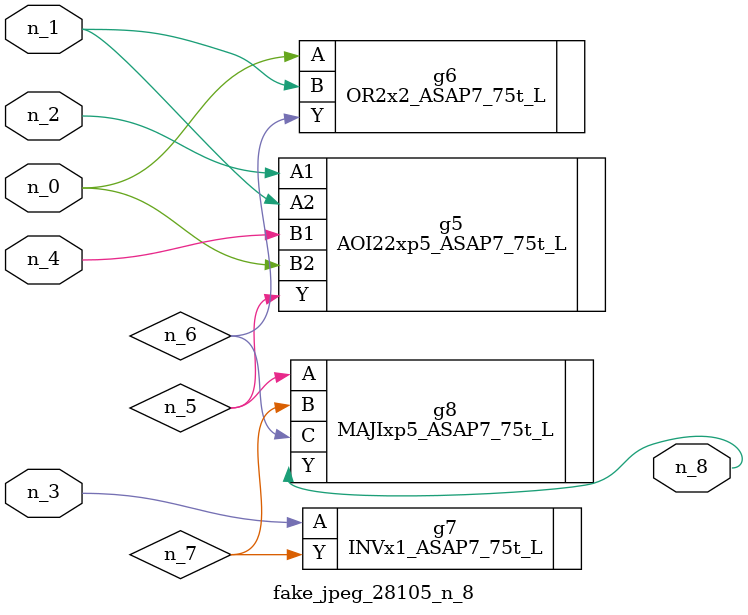
<source format=v>
module fake_jpeg_28105_n_8 (n_3, n_2, n_1, n_0, n_4, n_8);

input n_3;
input n_2;
input n_1;
input n_0;
input n_4;

output n_8;

wire n_6;
wire n_5;
wire n_7;

AOI22xp5_ASAP7_75t_L g5 ( 
.A1(n_2),
.A2(n_1),
.B1(n_4),
.B2(n_0),
.Y(n_5)
);

OR2x2_ASAP7_75t_L g6 ( 
.A(n_0),
.B(n_1),
.Y(n_6)
);

INVx1_ASAP7_75t_L g7 ( 
.A(n_3),
.Y(n_7)
);

MAJIxp5_ASAP7_75t_L g8 ( 
.A(n_5),
.B(n_7),
.C(n_6),
.Y(n_8)
);


endmodule
</source>
